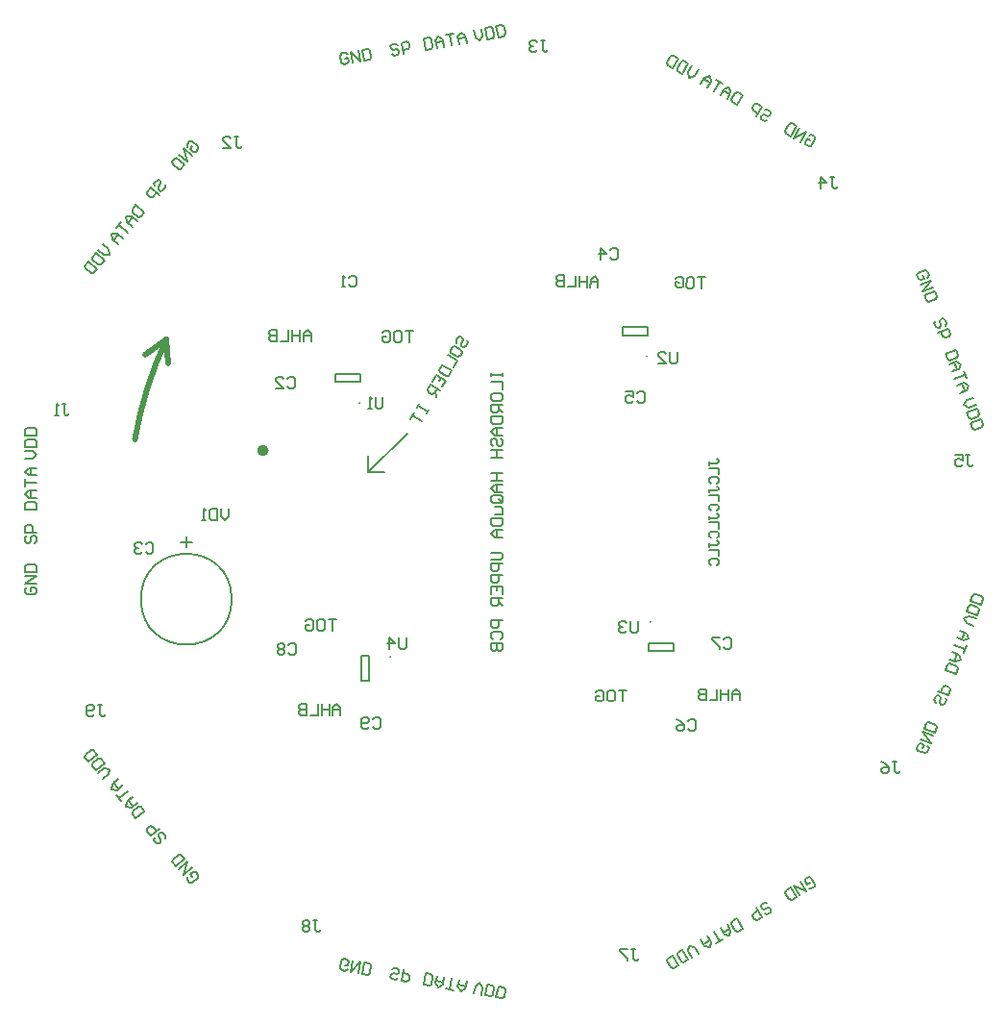
<source format=gbo>
G04*
G04 #@! TF.GenerationSoftware,Altium Limited,Altium Designer,21.7.2 (23)*
G04*
G04 Layer_Color=32896*
%FSTAX44Y44*%
%MOMM*%
G71*
G04*
G04 #@! TF.SameCoordinates,382B67D8-D4E2-4276-A31F-CACD3676A529*
G04*
G04*
G04 #@! TF.FilePolarity,Positive*
G04*
G01*
G75*
%ADD10C,0.2000*%
%ADD61C,0.1500*%
%ADD62C,0.5000*%
D10*
X-002405Y-00077D02*
G03*
X-002405Y-00077I-0004J0D01*
G01*
X-0012Y00035D02*
Y00049D01*
Y00035D02*
X-00106D01*
X-0012D02*
X-00086Y00069D01*
X-001265Y-001485D02*
X-001195D01*
X-001265D02*
Y-001265D01*
X-001195D01*
Y-001485D02*
Y-001265D01*
X00104Y001555D02*
Y001625D01*
X00126D01*
Y001555D02*
Y001625D01*
X00104Y001555D02*
X00126D01*
X001485Y-001225D02*
Y-001155D01*
X001265Y-001225D02*
X001485D01*
X001265D02*
Y-001155D01*
X001485D01*
X-0014875Y001145D02*
X-0012675D01*
Y001215D01*
X-0014875D02*
X-0012675D01*
X-0014875Y001145D02*
Y001215D01*
X-00308661Y00286849D02*
X-00308866Y00289196D01*
X-00306724Y00291749D01*
X-00304377Y00291954D01*
X-003031Y00290883D01*
X-00302895Y00288536D01*
X-00305037Y00285983D01*
X-00304832Y00283636D01*
X-00303555Y00282565D01*
X-00301208Y0028277D01*
X-00299066Y00285323D01*
X-00299272Y0028767D01*
X-00304421Y00278941D02*
X-00312079Y00285367D01*
X-00315292Y00281538D01*
X-00315086Y00279191D01*
X-00312534Y00277049D01*
X-00310187Y00277254D01*
X-00306974Y00281083D01*
X-00279735Y00321321D02*
X-00279941Y00323668D01*
X-00277799Y00326221D01*
X-00275452Y00326426D01*
X-00270346Y00322142D01*
X-00270141Y00319795D01*
X-00272283Y00317242D01*
X-0027463Y00317037D01*
X-00277183Y00319179D01*
X-00275041Y00321731D01*
X-00275496Y00313413D02*
X-00283154Y00319839D01*
X-0027978Y00308308D01*
X-00287438Y00314734D01*
X-0028958Y00312181D02*
X-00281922Y00305755D01*
X-00285134Y00301926D01*
X-00287482Y00301721D01*
X-00292587Y00306005D01*
X-00292792Y00308352D01*
X-0028958Y00312181D01*
X-00324937Y00270044D02*
X-00317279Y00263618D01*
X-00320492Y00259789D01*
X-00322839Y00259584D01*
X-00327945Y00263867D01*
X-0032815Y00266215D01*
X-00324937Y00270044D01*
X-00323705Y0025596D02*
X-0032881Y00260244D01*
X-00333505Y00259833D01*
X-00333094Y00255138D01*
X-00327989Y00250855D01*
X-00331818Y00254067D01*
X-00327534Y00259173D01*
X-00337789Y00254728D02*
X-00342072Y00249622D01*
X-00339931Y00252175D01*
X-00332273Y00245749D01*
X-00336557Y00240644D02*
X-00341662Y00244928D01*
X-00346356Y00244517D01*
X-00345946Y00239823D01*
X-0034084Y00235539D01*
X-00344669Y00238752D01*
X-00340386Y00243857D01*
X-00353862Y00235572D02*
X-00348757Y00231288D01*
X-00348346Y00226593D01*
X-00353041Y00226182D01*
X-00358146Y00230466D01*
X-00360288Y00227914D02*
X-0035263Y00221488D01*
X-00355843Y00217659D01*
X-0035819Y00217453D01*
X-00363296Y00221737D01*
X-00363501Y00224085D01*
X-00360288Y00227914D01*
X-00366714Y00220256D02*
X-00359056Y0021383D01*
X-00362269Y00210001D01*
X-00364616Y00209795D01*
X-00369721Y00214079D01*
X-00369927Y00216427D01*
X-00366714Y00220256D01*
X00228893Y00353782D02*
X00231168Y00354392D01*
X00234054Y00352726D01*
X00234664Y0035045D01*
X00233831Y00349007D01*
X00231555Y00348397D01*
X00228669Y00350063D01*
X00226393Y00349454D01*
X0022556Y00348011D01*
X0022617Y00345735D01*
X00229056Y00344068D01*
X00231332Y00344678D01*
X00221841Y00348234D02*
X0022684Y00356891D01*
X00222511Y0035939D01*
X00220235Y00358781D01*
X00218569Y00355895D01*
X00219179Y00353619D01*
X00223508Y0035112D01*
X00267864Y00331282D02*
X0027014Y00331892D01*
X00273025Y00330226D01*
X00273635Y0032795D01*
X00270303Y00322178D01*
X00268027Y00321568D01*
X00265141Y00323235D01*
X00264531Y00325511D01*
X00266197Y00328396D01*
X00269083Y0032673D01*
X00260812Y00325734D02*
X00265811Y00334391D01*
X00255041Y00329066D01*
X00260039Y00337724D01*
X00257153Y0033939D02*
X00252155Y00330732D01*
X00247826Y00333231D01*
X00247216Y00335507D01*
X00250549Y00341279D01*
X00252825Y00341889D01*
X00257153Y0033939D01*
X00209516Y00366893D02*
X00204518Y00358235D01*
X00200189Y00360734D01*
X0019958Y0036301D01*
X00202912Y00368782D01*
X00205188Y00369392D01*
X00209516Y00366893D01*
X00195861Y00363234D02*
X00199193Y00369005D01*
X00197973Y00373557D01*
X00193421Y00372338D01*
X00190089Y00366566D01*
X00192588Y00370895D01*
X0019836Y00367562D01*
X00192201Y0037689D02*
X0018643Y00380222D01*
X00189316Y00378556D01*
X00184317Y00369898D01*
X00178546Y00373231D02*
X00181878Y00379002D01*
X00180658Y00383554D01*
X00176106Y00382334D01*
X00172774Y00376563D01*
X00175273Y00380891D01*
X00181045Y00377559D01*
X00170545Y00389393D02*
X00167213Y00383621D01*
X00162661Y00382402D01*
X00161441Y00386954D01*
X00164774Y00392725D01*
X00161888Y00394391D02*
X00156889Y00385734D01*
X00152561Y00388233D01*
X00151951Y00390509D01*
X00155283Y00396281D01*
X00157559Y0039689D01*
X00161888Y00394391D01*
X0015323Y0039939D02*
X00148232Y00390732D01*
X00143903Y00393231D01*
X00143293Y00395507D01*
X00146626Y00401279D01*
X00148902Y00401889D01*
X0015323Y0039939D01*
X00388154Y-00163981D02*
X0038915Y-00166117D01*
X0038801Y-00169248D01*
X00385875Y-00170244D01*
X00384309Y-00169674D01*
X00383313Y-00167539D01*
X00384453Y-00164407D01*
X00383457Y-00162272D01*
X00381892Y-00161702D01*
X00379756Y-00162698D01*
X00378616Y-00165829D01*
X00379612Y-00167964D01*
X00381466Y-00158001D02*
X0039086Y-0016142D01*
X00392569Y-00156723D01*
X00391573Y-00154587D01*
X00388442Y-00153448D01*
X00386306Y-00154444D01*
X00384597Y-00159141D01*
X00372763Y-00206268D02*
X00373759Y-00208403D01*
X0037262Y-00211534D01*
X00370484Y-0021253D01*
X00364221Y-00210251D01*
X00363226Y-00208115D01*
X00364365Y-00204984D01*
X00366501Y-00203988D01*
X00369632Y-00205128D01*
X00368492Y-00208259D01*
X00366075Y-00200287D02*
X00375469Y-00203706D01*
X00368354Y-00194024D01*
X00377748Y-00197444D01*
X00378888Y-00194312D02*
X00369494Y-00190893D01*
X00371203Y-00186196D01*
X00373339Y-001852D01*
X00379602Y-0018748D01*
X00380597Y-00189615D01*
X00378888Y-00194312D01*
X00397701Y-00142623D02*
X00388307Y-00139204D01*
X00390017Y-00134507D01*
X00392152Y-00133511D01*
X00398415Y-00135791D01*
X00399411Y-00137926D01*
X00397701Y-00142623D01*
X00391726Y-0012981D02*
X00397989Y-00132089D01*
X0040226Y-00130098D01*
X00400268Y-00125827D01*
X00394006Y-00123547D01*
X00398703Y-00125257D01*
X00396423Y-00131519D01*
X00404539Y-00123835D02*
X00406819Y-00117573D01*
X00405679Y-00120704D01*
X00396285Y-00117285D01*
X00398564Y-00111022D02*
X00404827Y-00113302D01*
X00409098Y-0011131D01*
X00407107Y-00107039D01*
X00400844Y-0010476D01*
X00405541Y-00106469D01*
X00403261Y-00112732D01*
X00413092Y-00100337D02*
X00406829Y-00098057D01*
X00404838Y-00093786D01*
X00409109Y-00091795D01*
X00415372Y-00094074D01*
X00416511Y-00090943D02*
X00407117Y-00087524D01*
X00408827Y-00082827D01*
X00410962Y-00081831D01*
X00417225Y-0008411D01*
X00418221Y-00086246D01*
X00416511Y-00090943D01*
X0041993Y-00081549D02*
X00410536Y-0007813D01*
X00412246Y-00073433D01*
X00414381Y-00072437D01*
X00420644Y-00074717D01*
X0042164Y-00076852D01*
X0041993Y-00081549D01*
X-00094088Y-00410732D02*
X-00096018Y-00412084D01*
X-00099299Y-00411505D01*
X-00100651Y-00409575D01*
X-00100362Y-00407934D01*
X-00098432Y-00406583D01*
X-0009515Y-00407161D01*
X-0009322Y-0040581D01*
X-0009293Y-00404169D01*
X-00094282Y-00402239D01*
X-00097564Y-0040166D01*
X-00099494Y-00403012D01*
X-0008936Y-00403107D02*
X-00091096Y-00412952D01*
X-00086173Y-0041382D01*
X-00084243Y-00412468D01*
X-00083664Y-00409187D01*
X-00085016Y-00407257D01*
X-00089938Y-00406389D01*
X-00138404Y-00402918D02*
X-00140334Y-0040427D01*
X-00143616Y-00403691D01*
X-00144968Y-00401761D01*
X-0014381Y-00395198D01*
X-0014188Y-00393846D01*
X-00138598Y-00394425D01*
X-00137247Y-00396355D01*
X-00137826Y-00399636D01*
X-00141107Y-00399058D01*
X-00133676Y-00395293D02*
X-00135412Y-00405138D01*
X-00127113Y-0039645D01*
X-00128849Y-00406295D01*
X-00125567Y-00406874D02*
X-00123831Y-00397029D01*
X-00118909Y-00397897D01*
X-00117557Y-00399827D01*
X-00118715Y-0040639D01*
X-00120645Y-00407742D01*
X-00125567Y-00406874D01*
X-00071396Y-00416425D02*
X-0006966Y-0040658D01*
X-00064738Y-00407448D01*
X-00063386Y-00409379D01*
X-00064544Y-00415942D01*
X-00066474Y-00417293D01*
X-00071396Y-00416425D01*
X-00059816Y-00408316D02*
X-00060973Y-0041488D01*
X-0005827Y-0041874D01*
X-00054409Y-00416037D01*
X-00053252Y-00409474D01*
X-0005412Y-00414396D01*
X-00060683Y-00413239D01*
X-00051707Y-00419897D02*
X-00045143Y-00421054D01*
X-00048425Y-00420476D01*
X-00046689Y-00410631D01*
X-00040126Y-00411788D02*
X-00041283Y-00418351D01*
X-0003858Y-00422212D01*
X-0003472Y-00419509D01*
X-00033562Y-00412946D01*
X-0003443Y-00417868D01*
X-00040994Y-00416711D01*
X-0002708Y-0042424D02*
X-00025923Y-00417676D01*
X-00022062Y-00414973D01*
X-00019359Y-00418834D01*
X-00020517Y-00425397D01*
X-00017235Y-00425975D02*
X-00015499Y-00416131D01*
X-00010577Y-00416999D01*
X-00009225Y-00418929D01*
X-00010382Y-00425492D01*
X-00012313Y-00426843D01*
X-00017235Y-00425975D01*
X-0000739Y-00427711D02*
X-00005654Y-00417867D01*
X-00000732Y-00418735D01*
X0000062Y-00420665D01*
X-00000538Y-00427228D01*
X-00002468Y-00428579D01*
X-0000739Y-00427711D01*
X-00420831Y-00021335D02*
X-00422497Y-00023002D01*
Y-00026334D01*
X-00420831Y-00028D01*
X-00419165D01*
X-00417498Y-00026334D01*
Y-00023002D01*
X-00415832Y-00021335D01*
X-00414166D01*
X-004125Y-00023002D01*
Y-00026334D01*
X-00414166Y-00028D01*
X-004125Y-00018003D02*
X-00422497D01*
Y-00013005D01*
X-00420831Y-00011339D01*
X-00417498D01*
X-00415832Y-00013005D01*
Y-00018003D01*
X-00420831Y-00066336D02*
X-00422497Y-00068002D01*
Y-00071334D01*
X-00420831Y-00073D01*
X-00414166D01*
X-004125Y-00071334D01*
Y-00068002D01*
X-00414166Y-00066336D01*
X-00417498D01*
Y-00069668D01*
X-004125Y-00063003D02*
X-00422497D01*
X-004125Y-00056339D01*
X-00422497D01*
Y-00053006D02*
X-004125D01*
Y-00048008D01*
X-00414166Y-00046342D01*
X-00420831D01*
X-00422497Y-00048008D01*
Y-00053006D01*
Y00002D02*
X-004125D01*
Y00006998D01*
X-00414166Y00008665D01*
X-00420831D01*
X-00422497Y00006998D01*
Y00002D01*
X-004125Y00011997D02*
X-00419165D01*
X-00422497Y00015329D01*
X-00419165Y00018661D01*
X-004125D01*
X-00417498D01*
Y00011997D01*
X-00422497Y00021994D02*
Y00028658D01*
Y00025326D01*
X-004125D01*
Y0003199D02*
X-00419165D01*
X-00422497Y00035323D01*
X-00419165Y00038655D01*
X-004125D01*
X-00417498D01*
Y0003199D01*
X-00422497Y00047D02*
X-00415832D01*
X-004125Y00050332D01*
X-00415832Y00053664D01*
X-00422497D01*
Y00056997D02*
X-004125D01*
Y00061995D01*
X-00414166Y00063661D01*
X-00420831D01*
X-00422497Y00061995D01*
Y00056997D01*
Y00066994D02*
X-004125D01*
Y00071992D01*
X-00414166Y00073658D01*
X-00420831D01*
X-00422497Y00071992D01*
Y00066994D01*
X-00094088Y00410732D02*
X-00096018Y00412084D01*
X-000993Y00411505D01*
X-00100651Y00409575D01*
X-00100362Y00407934D01*
X-00098432Y00406583D01*
X-0009515Y00407161D01*
X-0009322Y0040581D01*
X-00092931Y00404169D01*
X-00094282Y00402239D01*
X-00097564Y0040166D01*
X-00099494Y00403012D01*
X-0008936Y00403107D02*
X-00091096Y00412952D01*
X-00086173Y0041382D01*
X-00084243Y00412468D01*
X-00083664Y00409187D01*
X-00085016Y00407257D01*
X-00089938Y00406389D01*
X-00138404Y00402918D02*
X-00140334Y0040427D01*
X-00143616Y00403691D01*
X-00144967Y00401761D01*
X-0014381Y00395198D01*
X-0014188Y00393846D01*
X-00138598Y00394425D01*
X-00137247Y00396355D01*
X-00137825Y00399637D01*
X-00141107Y00399058D01*
X-00133676Y00395293D02*
X-00135412Y00405138D01*
X-00127113Y0039645D01*
X-00128849Y00406295D01*
X-00125567Y00406874D02*
X-00123831Y00397029D01*
X-00118909Y00397897D01*
X-00117557Y00399827D01*
X-00118714Y0040639D01*
X-00120645Y00407742D01*
X-00125567Y00406874D01*
X-00071396Y00416426D02*
X-0006966Y00406581D01*
X-00064738Y00407449D01*
X-00063386Y00409379D01*
X-00064544Y00415942D01*
X-00066474Y00417293D01*
X-00071396Y00416426D01*
X-00059815Y00408316D02*
X-00060973Y0041488D01*
X-0005827Y0041874D01*
X-00054409Y00416037D01*
X-00053252Y00409474D01*
X-0005412Y00414396D01*
X-00060683Y00413239D01*
X-00051706Y00419897D02*
X-00045143Y00421055D01*
X-00048425Y00420476D01*
X-00046689Y00410631D01*
X-00040126Y00411788D02*
X-00041283Y00418352D01*
X-0003858Y00422212D01*
X-0003472Y00419509D01*
X-00033562Y00412946D01*
X-0003443Y00417868D01*
X-00040993Y00416711D01*
X-0002708Y0042424D02*
X-00025923Y00417676D01*
X-00022062Y00414973D01*
X-00019359Y00418834D01*
X-00020517Y00425397D01*
X-00017235Y00425975D02*
X-00015499Y0041613D01*
X-00010577Y00416998D01*
X-00009225Y00418929D01*
X-00010382Y00425492D01*
X-00012313Y00426843D01*
X-00017235Y00425975D01*
X-0000739Y00427711D02*
X-00005654Y00417866D01*
X-00000732Y00418734D01*
X0000062Y00420664D01*
X-00000538Y00427228D01*
X-00002468Y00428579D01*
X-0000739Y00427711D01*
X00388154Y00163981D02*
X0038915Y00166117D01*
X0038801Y00169248D01*
X00385875Y00170244D01*
X00384309Y00169674D01*
X00383313Y00167539D01*
X00384453Y00164407D01*
X00383457Y00162272D01*
X00381892Y00161702D01*
X00379756Y00162698D01*
X00378616Y00165829D01*
X00379612Y00167964D01*
X00381466Y00158001D02*
X0039086Y0016142D01*
X00392569Y00156723D01*
X00391573Y00154587D01*
X00388442Y00153448D01*
X00386306Y00154443D01*
X00384597Y0015914D01*
X00372763Y00206268D02*
X00373759Y00208403D01*
X00372619Y00211534D01*
X00370484Y0021253D01*
X00364221Y00210251D01*
X00363226Y00208115D01*
X00364365Y00204984D01*
X00366501Y00203988D01*
X00369632Y00205128D01*
X00368492Y00208259D01*
X00366075Y00200287D02*
X00375469Y00203706D01*
X00368354Y00194024D01*
X00377748Y00197443D01*
X00378888Y00194312D02*
X00369494Y00190893D01*
X00371203Y00186196D01*
X00373339Y001852D01*
X00379602Y0018748D01*
X00380597Y00189615D01*
X00378888Y00194312D01*
X00397701Y00142623D02*
X00388307Y00139204D01*
X00390017Y00134507D01*
X00392152Y00133511D01*
X00398415Y00135791D01*
X00399411Y00137926D01*
X00397701Y00142623D01*
X00391726Y0012981D02*
X00397989Y00132089D01*
X0040226Y00130098D01*
X00400268Y00125827D01*
X00394006Y00123547D01*
X00398703Y00125257D01*
X00396423Y00131519D01*
X00404539Y00123835D02*
X00406819Y00117573D01*
X00405679Y00120704D01*
X00396285Y00117285D01*
X00398565Y00111022D02*
X00404827Y00113302D01*
X00409098Y0011131D01*
X00407107Y00107039D01*
X00400844Y0010476D01*
X00405541Y00106469D01*
X00403261Y00112732D01*
X00413092Y00100337D02*
X00406829Y00098057D01*
X00404838Y00093786D01*
X00409109Y00091795D01*
X00415372Y00094074D01*
X00416511Y00090943D02*
X00407117Y00087524D01*
X00408827Y00082827D01*
X00410962Y00081831D01*
X00417225Y0008411D01*
X00418221Y00086246D01*
X00416511Y00090943D01*
X0041993Y00081549D02*
X00410536Y0007813D01*
X00412246Y00073433D01*
X00414381Y00072437D01*
X00420644Y00074717D01*
X0042164Y00076852D01*
X0041993Y00081549D01*
X00228892Y-00353782D02*
X00231168Y-00354392D01*
X00234054Y-00352726D01*
X00234664Y-0035045D01*
X00233831Y-00349007D01*
X00231555Y-00348397D01*
X00228669Y-00350063D01*
X00226393Y-00349454D01*
X0022556Y-00348011D01*
X0022617Y-00345735D01*
X00229056Y-00344068D01*
X00231332Y-00344678D01*
X00221841Y-00348234D02*
X0022684Y-00356891D01*
X00222511Y-0035939D01*
X00220235Y-00358781D01*
X00218569Y-00355895D01*
X00219179Y-00353619D01*
X00223507Y-0035112D01*
X00267864Y-00331282D02*
X00270139Y-00331892D01*
X00273025Y-00330226D01*
X00273635Y-0032795D01*
X00270303Y-00322178D01*
X00268027Y-00321569D01*
X00265141Y-00323235D01*
X00264531Y-00325511D01*
X00266197Y-00328396D01*
X00269083Y-0032673D01*
X00260812Y-00325734D02*
X00265811Y-00334391D01*
X00255041Y-00329066D01*
X00260039Y-00337724D01*
X00257153Y-0033939D02*
X00252155Y-00330732D01*
X00247826Y-00333232D01*
X00247216Y-00335508D01*
X00250548Y-00341279D01*
X00252824Y-00341889D01*
X00257153Y-0033939D01*
X00209516Y-00366893D02*
X00204518Y-00358236D01*
X00200189Y-00360735D01*
X00199579Y-00363011D01*
X00202911Y-00368782D01*
X00205187Y-00369392D01*
X00209516Y-00366893D01*
X0019586Y-00363234D02*
X00199193Y-00369006D01*
X00197973Y-00373558D01*
X00193421Y-00372338D01*
X00190089Y-00366566D01*
X00192588Y-00370895D01*
X0019836Y-00367563D01*
X00192201Y-0037689D02*
X0018643Y-00380222D01*
X00189315Y-00378556D01*
X00184317Y-00369898D01*
X00178545Y-00373231D02*
X00181878Y-00379002D01*
X00180658Y-00383554D01*
X00176106Y-00382335D01*
X00172774Y-00376563D01*
X00175273Y-00380892D01*
X00181045Y-00377559D01*
X00170545Y-00389393D02*
X00167213Y-00383621D01*
X00162661Y-00382402D01*
X00161441Y-00386954D01*
X00164774Y-00392725D01*
X00161888Y-00394391D02*
X00156889Y-00385734D01*
X00152561Y-00388233D01*
X00151951Y-00390509D01*
X00155283Y-00396281D01*
X00157559Y-0039689D01*
X00161888Y-00394391D01*
X0015323Y-0039939D02*
X00148232Y-00390732D01*
X00143903Y-00393232D01*
X00143293Y-00395507D01*
X00146625Y-00401279D01*
X00148901Y-00401889D01*
X0015323Y-0039939D01*
X-00308661Y-00286849D02*
X-00308866Y-00289196D01*
X-00306724Y-00291749D01*
X-00304377Y-00291954D01*
X-00303101Y-00290883D01*
X-00302895Y-00288536D01*
X-00305037Y-00285983D01*
X-00304832Y-00283636D01*
X-00303556Y-00282565D01*
X-00301208Y-0028277D01*
X-00299066Y-00285323D01*
X-00299272Y-0028767D01*
X-00304421Y-00278941D02*
X-00312079Y-00285367D01*
X-00315292Y-00281538D01*
X-00315087Y-00279191D01*
X-00312534Y-00277049D01*
X-00310187Y-00277254D01*
X-00306974Y-00281083D01*
X-00279735Y-00321321D02*
X-00279941Y-00323668D01*
X-00277799Y-00326221D01*
X-00275452Y-00326426D01*
X-00270346Y-00322142D01*
X-00270141Y-00319795D01*
X-00272283Y-00317242D01*
X-0027463Y-00317037D01*
X-00277183Y-00319179D01*
X-00275041Y-00321731D01*
X-00275496Y-00313413D02*
X-00283154Y-00319839D01*
X-0027978Y-00308308D01*
X-00287438Y-00314734D01*
X-0028958Y-00312181D02*
X-00281922Y-00305755D01*
X-00285134Y-00301926D01*
X-00287482Y-00301721D01*
X-00292587Y-00306005D01*
X-00292792Y-00308352D01*
X-0028958Y-00312181D01*
X-00324937Y-00270044D02*
X-00317279Y-00263618D01*
X-00320492Y-00259789D01*
X-00322839Y-00259583D01*
X-00327944Y-00263867D01*
X-0032815Y-00266215D01*
X-00324937Y-00270044D01*
X-00323705Y-0025596D02*
X-0032881Y-00260244D01*
X-00333505Y-00259833D01*
X-00333094Y-00255138D01*
X-00327989Y-00250854D01*
X-00331818Y-00254067D01*
X-00327534Y-00259173D01*
X-00337789Y-00254728D02*
X-00342072Y-00249622D01*
X-0033993Y-00252175D01*
X-00332272Y-00245749D01*
X-00336556Y-00240644D02*
X-00341662Y-00244928D01*
X-00346356Y-00244517D01*
X-00345946Y-00239822D01*
X-0034084Y-00235539D01*
X-00344669Y-00238751D01*
X-00340385Y-00243857D01*
X-00353862Y-00235571D02*
X-00348757Y-00231288D01*
X-00348346Y-00226593D01*
X-00353041Y-00226182D01*
X-00358146Y-00230466D01*
X-00360288Y-00227914D02*
X-0035263Y-00221488D01*
X-00355843Y-00217659D01*
X-0035819Y-00217453D01*
X-00363296Y-00221737D01*
X-00363501Y-00224085D01*
X-00360288Y-00227914D01*
X-00366714Y-00220256D02*
X-00359056Y-0021383D01*
X-00362269Y-00210001D01*
X-00364616Y-00209795D01*
X-00369721Y-00214079D01*
X-00369927Y-00216427D01*
X-00366714Y-00220256D01*
X-00042279Y00148662D02*
X-00042889Y00150938D01*
X-00041223Y00153823D01*
X-00038947Y00154433D01*
X-00037504Y001536D01*
X-00036894Y00151324D01*
X-0003856Y00148438D01*
X-0003795Y00146162D01*
X-00036507Y00145329D01*
X-00034231Y00145939D01*
X-00032565Y00148825D01*
X-00033175Y00151101D01*
X-00047887Y0014228D02*
X-00046221Y00145166D01*
X-00043945Y00145776D01*
X-00038173Y00142444D01*
X-00037564Y00140168D01*
X-0003923Y00137282D01*
X-00041506Y00136672D01*
X-00047277Y00140004D01*
X-00047887Y0014228D01*
X-00050386Y00137951D02*
X-00041729Y00132953D01*
X-00045061Y00127181D01*
X-00055385Y00129294D02*
X-00046727Y00124296D01*
X-00049226Y00119967D01*
X-00051502Y00119357D01*
X-00057274Y00122689D01*
X-00057884Y00124965D01*
X-00055385Y00129294D01*
X-00063715Y00114865D02*
X-00060383Y00120637D01*
X-00051726Y00115638D01*
X-00055058Y00109866D01*
X-00056054Y00118137D02*
X-0005772Y00115251D01*
X-00056724Y00106981D02*
X-00065381Y00111979D01*
X-00067881Y0010765D01*
X-00067271Y00105374D01*
X-00064385Y00103708D01*
X-00062109Y00104318D01*
X-0005961Y00108647D01*
X-00061276Y00105761D02*
X-00060056Y00101209D01*
X-00075378Y00094664D02*
X-00077044Y00091778D01*
X-00076211Y00093221D01*
X-00067554Y00088223D01*
X-00066721Y00089666D01*
X-00068387Y0008678D01*
X-00079544Y0008745D02*
X-00082876Y00081678D01*
X-0008121Y00084564D01*
X-00072552Y00079565D01*
X-00011997Y001225D02*
Y00119168D01*
Y00120834D01*
X-00002D01*
Y001225D01*
Y00119168D01*
X-00011997Y00114169D02*
X-00002D01*
Y00107505D01*
X-00011997Y00099174D02*
Y00102506D01*
X-00010331Y00104173D01*
X-00003666D01*
X-00002Y00102506D01*
Y00099174D01*
X-00003666Y00097508D01*
X-00010331D01*
X-00011997Y00099174D01*
X-00002Y00094176D02*
X-00011997D01*
Y00089177D01*
X-00010331Y00087511D01*
X-00006998D01*
X-00005332Y00089177D01*
Y00094176D01*
Y00090844D02*
X-00002Y00087511D01*
X-00011997Y00084179D02*
X-00002D01*
Y00079181D01*
X-00003666Y00077515D01*
X-00010331D01*
X-00011997Y00079181D01*
Y00084179D01*
X-00002Y00074182D02*
X-00008665D01*
X-00011997Y0007085D01*
X-00008665Y00067518D01*
X-00002D01*
X-00006998D01*
Y00074182D01*
X-00010331Y00057521D02*
X-00011997Y00059187D01*
Y00062519D01*
X-00010331Y00064186D01*
X-00008665D01*
X-00006998Y00062519D01*
Y00059187D01*
X-00005332Y00057521D01*
X-00003666D01*
X-00002Y00059187D01*
Y00062519D01*
X-00003666Y00064186D01*
X-00011997Y00054189D02*
X-00002D01*
X-00006998D01*
Y00047524D01*
X-00011997D01*
X-00002D01*
X-00011997Y00034195D02*
X-00002D01*
X-00006998D01*
Y00027531D01*
X-00011997D01*
X-00002D01*
Y00024198D02*
X-00008665D01*
X-00011997Y00020866D01*
X-00008665Y00017534D01*
X-00002D01*
X-00006998D01*
Y00024198D01*
X-00003666Y00007537D02*
X-00010331D01*
X-00011997Y00009203D01*
Y00012535D01*
X-00010331Y00014202D01*
X-00003666D01*
X-00002Y00012535D01*
Y00009203D01*
X-00005332Y00010869D02*
X-00002Y00007537D01*
Y00009203D02*
X-00003666Y00007537D01*
X-00008665Y00004205D02*
X-00003666D01*
X-00002Y00002539D01*
Y-0000246D01*
X-00008665D01*
X-00011997Y-00005792D02*
X-00002D01*
Y-0001079D01*
X-00003666Y-00012457D01*
X-00010331D01*
X-00011997Y-0001079D01*
Y-00005792D01*
X-00002Y-00015789D02*
X-00008665D01*
X-00011997Y-00019121D01*
X-00008665Y-00022453D01*
X-00002D01*
X-00006998D01*
Y-00015789D01*
X-00011997Y-00035782D02*
X-00003666D01*
X-00002Y-00037448D01*
Y-00040781D01*
X-00003666Y-00042447D01*
X-00011997D01*
X-00002Y-00045779D02*
X-00011997D01*
Y-00050778D01*
X-00010331Y-00052444D01*
X-00006998D01*
X-00005332Y-00050778D01*
Y-00045779D01*
X-00002Y-00055776D02*
X-00011997D01*
Y-00060774D01*
X-00010331Y-0006244D01*
X-00006998D01*
X-00005332Y-00060774D01*
Y-00055776D01*
X-00011997Y-00072437D02*
Y-00065773D01*
X-00002D01*
Y-00072437D01*
X-00006998Y-00065773D02*
Y-00069105D01*
X-00002Y-00075769D02*
X-00011997D01*
Y-00080768D01*
X-00010331Y-00082434D01*
X-00006998D01*
X-00005332Y-00080768D01*
Y-00075769D01*
Y-00079102D02*
X-00002Y-00082434D01*
Y-00095763D02*
X-00011997D01*
Y-00100761D01*
X-00010331Y-00102428D01*
X-00006998D01*
X-00005332Y-00100761D01*
Y-00095763D01*
X-00010331Y-00112424D02*
X-00011997Y-00110758D01*
Y-00107426D01*
X-00010331Y-0010576D01*
X-00003666D01*
X-00002Y-00107426D01*
Y-00110758D01*
X-00003666Y-00112424D01*
X-00011997Y-00115757D02*
X-00002D01*
Y-00120755D01*
X-00003666Y-00122421D01*
X-00005332D01*
X-00006998Y-00120755D01*
Y-00115757D01*
Y-00120755D01*
X-00008665Y-00122421D01*
X-00010331D01*
X-00011997Y-00120755D01*
Y-00115757D01*
X-00358334Y-00170002D02*
X-00355002D01*
X-00356668D01*
Y-00178332D01*
X-00355002Y-00179998D01*
X-00353335D01*
X-00351669Y-00178332D01*
X-00361666D02*
X-00363332Y-00179998D01*
X-00366665D01*
X-00368331Y-00178332D01*
Y-00171668D01*
X-00366665Y-00170002D01*
X-00363332D01*
X-00361666Y-00171668D01*
Y-00173334D01*
X-00363332Y-00175D01*
X-00368331D01*
X-00168334Y-00360002D02*
X-00165002D01*
X-00166668D01*
Y-00368332D01*
X-00165002Y-00369998D01*
X-00163335D01*
X-00161669Y-00368332D01*
X-00171666Y-00361668D02*
X-00173332Y-00360002D01*
X-00176665D01*
X-00178331Y-00361668D01*
Y-00363334D01*
X-00176665Y-00365D01*
X-00178331Y-00366666D01*
Y-00368332D01*
X-00176665Y-00369998D01*
X-00173332D01*
X-00171666Y-00368332D01*
Y-00366666D01*
X-00173332Y-00365D01*
X-00171666Y-00363334D01*
Y-00361668D01*
X-00173332Y-00365D02*
X-00176665D01*
X00111666Y-00385002D02*
X00114998D01*
X00113332D01*
Y-00393332D01*
X00114998Y-00394998D01*
X00116664D01*
X00118331Y-00393332D01*
X00108334Y-00385002D02*
X00101669D01*
Y-00386668D01*
X00108334Y-00393332D01*
Y-00394998D01*
X00341666Y-00220002D02*
X00344998D01*
X00343332D01*
Y-00228332D01*
X00344998Y-00229998D01*
X00346665D01*
X00348331Y-00228332D01*
X00331669Y-00220002D02*
X00335002Y-00221668D01*
X00338334Y-00225D01*
Y-00228332D01*
X00336668Y-00229998D01*
X00333335D01*
X00331669Y-00228332D01*
Y-00226666D01*
X00333335Y-00225D01*
X00338334D01*
X00406666Y00049998D02*
X00409998D01*
X00408332D01*
Y00041668D01*
X00409998Y00040002D01*
X00411665D01*
X00413331Y00041668D01*
X00396669Y00049998D02*
X00403334D01*
Y00045D01*
X00400002Y00046666D01*
X00398335D01*
X00396669Y00045D01*
Y00041668D01*
X00398335Y00040002D01*
X00401668D01*
X00403334Y00041668D01*
X00286666Y00294998D02*
X00289998D01*
X00288332D01*
Y00286668D01*
X00289998Y00285002D01*
X00291665D01*
X00293331Y00286668D01*
X00278335Y00285002D02*
Y00294998D01*
X00283334Y0029D01*
X00276669D01*
X00031666Y00414998D02*
X00034998D01*
X00033332D01*
Y00406668D01*
X00034998Y00405002D01*
X00036665D01*
X00038331Y00406668D01*
X00028334Y00413332D02*
X00026668Y00414998D01*
X00023335D01*
X00021669Y00413332D01*
Y00411666D01*
X00023335Y0041D01*
X00025002D01*
X00023335D01*
X00021669Y00408334D01*
Y00406668D01*
X00023335Y00405002D01*
X00026668D01*
X00028334Y00406668D01*
X-00238334Y00329998D02*
X-00235002D01*
X-00236668D01*
Y00321668D01*
X-00235002Y00320002D01*
X-00233335D01*
X-00231669Y00321668D01*
X-00248331Y00320002D02*
X-00241666D01*
X-00248331Y00326666D01*
Y00328332D01*
X-00246665Y00329998D01*
X-00243332D01*
X-00241666Y00328332D01*
X-0039Y00094998D02*
X-00386668D01*
X-00388334D01*
Y00086668D01*
X-00386668Y00085002D01*
X-00385002D01*
X-00383335Y00086668D01*
X-00393332Y00085002D02*
X-00396665D01*
X-00394998D01*
Y00094998D01*
X-00393332Y00093332D01*
X-00144673Y-00178998D02*
Y-00172334D01*
X-00148005Y-00169002D01*
X-00151337Y-00172334D01*
Y-00178998D01*
Y-00174D01*
X-00144673D01*
X-00154669Y-00169002D02*
Y-00178998D01*
Y-00174D01*
X-00161334D01*
Y-00169002D01*
Y-00178998D01*
X-00164666Y-00169002D02*
Y-00178998D01*
X-00171331D01*
X-00174663Y-00169002D02*
Y-00178998D01*
X-00179661D01*
X-00181327Y-00177332D01*
Y-00175666D01*
X-00179661Y-00174D01*
X-00174663D01*
X-00179661D01*
X-00181327Y-00172334D01*
Y-00170668D01*
X-00179661Y-00169002D01*
X-00174663D01*
X-00148671Y-00095002D02*
X-00155336D01*
X-00152003D01*
Y-00104998D01*
X-00163666Y-00095002D02*
X-00160334D01*
X-00158668Y-00096668D01*
Y-00103332D01*
X-00160334Y-00104998D01*
X-00163666D01*
X-00165332Y-00103332D01*
Y-00096668D01*
X-00163666Y-00095002D01*
X-00175329Y-00096668D02*
X-00173663Y-00095002D01*
X-00170331D01*
X-00168664Y-00096668D01*
Y-00103332D01*
X-00170331Y-00104998D01*
X-00173663D01*
X-00175329Y-00103332D01*
Y-001D01*
X-00171997D01*
X00207327Y-00165998D02*
Y-00159334D01*
X00203995Y-00156002D01*
X00200663Y-00159334D01*
Y-00165998D01*
Y-00161D01*
X00207327D01*
X00197331Y-00156002D02*
Y-00165998D01*
Y-00161D01*
X00190666D01*
Y-00156002D01*
Y-00165998D01*
X00187334Y-00156002D02*
Y-00165998D01*
X00180669D01*
X00177337Y-00156002D02*
Y-00165998D01*
X00172339D01*
X00170673Y-00164332D01*
Y-00162666D01*
X00172339Y-00161D01*
X00177337D01*
X00172339D01*
X00170673Y-00159334D01*
Y-00157668D01*
X00172339Y-00156002D01*
X00177337D01*
X00107329Y-00157002D02*
X00100665D01*
X00103997D01*
Y-00166998D01*
X00092334Y-00157002D02*
X00095666D01*
X00097332Y-00158668D01*
Y-00165332D01*
X00095666Y-00166998D01*
X00092334D01*
X00090668Y-00165332D01*
Y-00158668D01*
X00092334Y-00157002D01*
X00080671Y-00158668D02*
X00082337Y-00157002D01*
X00085669D01*
X00087336Y-00158668D01*
Y-00165332D01*
X00085669Y-00166998D01*
X00082337D01*
X00080671Y-00165332D01*
Y-00162D01*
X00084003D01*
X00082267Y00197786D02*
X00082346Y0020445D01*
X00079053Y00207822D01*
X00075682Y00204529D01*
X00075603Y00197865D01*
X00075662Y00202863D01*
X00082326Y00202784D01*
X00072389Y002079D02*
X00072271Y00197904D01*
X0007233Y00202902D01*
X00065666Y0020298D01*
X00065725Y00207978D01*
X00065607Y00197982D01*
X00062393Y00208018D02*
X00062275Y00198022D01*
X00055611Y001981D01*
X00052397Y00208135D02*
X00052279Y00198139D01*
X00047281Y00198198D01*
X00045635Y00199884D01*
X00045654Y0020155D01*
X0004734Y00203196D01*
X00052338Y00203137D01*
X0004734Y00203196D01*
X00045693Y00204882D01*
X00045713Y00206548D01*
X00047399Y00208194D01*
X00052397Y00208135D01*
X0017701Y00206841D02*
X00170346Y0020692D01*
X00173678Y0020688D01*
X0017356Y00196884D01*
X00162016Y00207018D02*
X00165348Y00206978D01*
X00166994Y00205293D01*
X00166916Y00198629D01*
X0016523Y00196982D01*
X00161898Y00197022D01*
X00160252Y00198707D01*
X0016033Y00205371D01*
X00162016Y00207018D01*
X00150334Y00205489D02*
X0015202Y00207135D01*
X00155352Y00207096D01*
X00156998Y0020541D01*
X0015692Y00198746D01*
X00155234Y001971D01*
X00151902Y00197139D01*
X00150256Y00198825D01*
X00150295Y00202157D01*
X00153627Y00202118D01*
X-00170673Y00150002D02*
Y00156666D01*
X-00174005Y00159998D01*
X-00177337Y00156666D01*
Y00150002D01*
Y00155D01*
X-00170673D01*
X-00180669Y00159998D02*
Y00150002D01*
Y00155D01*
X-00187334D01*
Y00159998D01*
Y00150002D01*
X-00190666Y00159998D02*
Y00150002D01*
X-00197331D01*
X-00200663Y00159998D02*
Y00150002D01*
X-00205661D01*
X-00207327Y00151668D01*
Y00153334D01*
X-00205661Y00155D01*
X-00200663D01*
X-00205661D01*
X-00207327Y00156666D01*
Y00158332D01*
X-00205661Y00159998D01*
X-00200663D01*
X-00080671Y00158998D02*
X-00087336D01*
X-00084003D01*
Y00149002D01*
X-00095666Y00158998D02*
X-00092334D01*
X-00090668Y00157332D01*
Y00150668D01*
X-00092334Y00149002D01*
X-00095666D01*
X-00097332Y00150668D01*
Y00157332D01*
X-00095666Y00158998D01*
X-00107329Y00157332D02*
X-00105663Y00158998D01*
X-00102331D01*
X-00100665Y00157332D01*
Y00150668D01*
X-00102331Y00149002D01*
X-00105663D01*
X-00107329Y00150668D01*
Y00154D01*
X-00103997D01*
X-00086793Y-00110461D02*
Y-00118791D01*
X-00088459Y-00120457D01*
X-00091791D01*
X-00093457Y-00118791D01*
Y-00110461D01*
X-00101788Y-00120457D02*
Y-00110461D01*
X-00096789Y-00115459D01*
X-00103454D01*
X00117343Y-00096669D02*
Y-00105D01*
X00115677Y-00106666D01*
X00112345D01*
X00110679Y-00105D01*
Y-00096669D01*
X00107346Y-00098335D02*
X0010568Y-00096669D01*
X00102348D01*
X00100682Y-00098335D01*
Y-00100001D01*
X00102348Y-00101667D01*
X00104014D01*
X00102348D01*
X00100682Y-00103334D01*
Y-00105D01*
X00102348Y-00106666D01*
X0010568D01*
X00107346Y-00105D01*
X00152331Y00140998D02*
Y00132668D01*
X00150665Y00131002D01*
X00147332D01*
X00145666Y00132668D01*
Y00140998D01*
X00135669Y00131002D02*
X00142334D01*
X00135669Y00137666D01*
Y00139332D01*
X00137336Y00140998D01*
X00140668D01*
X00142334Y00139332D01*
X-00116334Y-00182668D02*
X-00114668Y-00181002D01*
X-00111335D01*
X-00109669Y-00182668D01*
Y-00189332D01*
X-00111335Y-00190998D01*
X-00114668D01*
X-00116334Y-00189332D01*
X-00119666D02*
X-00121332Y-00190998D01*
X-00124664D01*
X-00126331Y-00189332D01*
Y-00182668D01*
X-00124664Y-00181002D01*
X-00121332D01*
X-00119666Y-00182668D01*
Y-00184334D01*
X-00121332Y-00186D01*
X-00126331D01*
X-00190334Y-00117668D02*
X-00188668Y-00116002D01*
X-00185336D01*
X-00183669Y-00117668D01*
Y-00124332D01*
X-00185336Y-00125998D01*
X-00188668D01*
X-00190334Y-00124332D01*
X-00193666Y-00117668D02*
X-00195332Y-00116002D01*
X-00198664D01*
X-00200331Y-00117668D01*
Y-00119334D01*
X-00198664Y-00121D01*
X-00200331Y-00122666D01*
Y-00124332D01*
X-00198664Y-00125998D01*
X-00195332D01*
X-00193666Y-00124332D01*
Y-00122666D01*
X-00195332Y-00121D01*
X-00193666Y-00119334D01*
Y-00117668D01*
X-00195332Y-00121D02*
X-00198664D01*
X00192666Y-00112668D02*
X00194332Y-00111002D01*
X00197665D01*
X00199331Y-00112668D01*
Y-00119332D01*
X00197665Y-00120998D01*
X00194332D01*
X00192666Y-00119332D01*
X00189334Y-00111002D02*
X00182669D01*
Y-00112668D01*
X00189334Y-00119332D01*
Y-00120998D01*
X00161666Y-00184668D02*
X00163332Y-00183002D01*
X00166665D01*
X00168331Y-00184668D01*
Y-00191332D01*
X00166665Y-00192998D01*
X00163332D01*
X00161666Y-00191332D01*
X00151669Y-00183002D02*
X00155002Y-00184668D01*
X00158334Y-00188D01*
Y-00191332D01*
X00156668Y-00192998D01*
X00153336D01*
X00151669Y-00191332D01*
Y-00189666D01*
X00153336Y-00188D01*
X00158334D01*
X00116666Y00104332D02*
X00118332Y00105998D01*
X00121664D01*
X00123331Y00104332D01*
Y00097668D01*
X00121664Y00096002D01*
X00118332D01*
X00116666Y00097668D01*
X00106669Y00105998D02*
X00113334D01*
Y00101D01*
X00110002Y00102666D01*
X00108336D01*
X00106669Y00101D01*
Y00097668D01*
X00108336Y00096002D01*
X00111668D01*
X00113334Y00097668D01*
X00092666Y00230332D02*
X00094332Y00231998D01*
X00097664D01*
X00099331Y00230332D01*
Y00223668D01*
X00097664Y00222002D01*
X00094332D01*
X00092666Y00223668D01*
X00084335Y00222002D02*
Y00231998D01*
X00089334Y00227D01*
X00082669D01*
X-00316334Y-00028668D02*
X-00314668Y-00027002D01*
X-00311336D01*
X-00309669Y-00028668D01*
Y-00035332D01*
X-00311336Y-00036998D01*
X-00314668D01*
X-00316334Y-00035332D01*
X-00319666Y-00028668D02*
X-00321332Y-00027002D01*
X-00324664D01*
X-00326331Y-00028668D01*
Y-00030334D01*
X-00324664Y-00032D01*
X-00322998D01*
X-00324664D01*
X-00326331Y-00033666D01*
Y-00035332D01*
X-00324664Y-00036998D01*
X-00321332D01*
X-00319666Y-00035332D01*
X-00191334Y00117332D02*
X-00189668Y00118998D01*
X-00186336D01*
X-00184669Y00117332D01*
Y00110668D01*
X-00186336Y00109002D01*
X-00189668D01*
X-00191334Y00110668D01*
X-00201331Y00109002D02*
X-00194666D01*
X-00201331Y00115666D01*
Y00117332D01*
X-00199664Y00118998D01*
X-00196332D01*
X-00194666Y00117332D01*
X-00137Y00206332D02*
X-00135334Y00207998D01*
X-00132002D01*
X-00130336Y00206332D01*
Y00199668D01*
X-00132002Y00198002D01*
X-00135334D01*
X-00137Y00199668D01*
X-00140332Y00198002D02*
X-00143665D01*
X-00141998D01*
Y00207998D01*
X-00140332Y00206332D01*
X-00243337Y00002998D02*
Y-00003666D01*
X-00246669Y-00006998D01*
X-00250002Y-00003666D01*
Y00002998D01*
X-00253334D02*
Y-00006998D01*
X-00258332D01*
X-00259998Y-00005332D01*
Y00001332D01*
X-00258332Y00002998D01*
X-00253334D01*
X-00263331Y-00006998D02*
X-00266663D01*
X-00264997D01*
Y00002998D01*
X-00263331Y00001332D01*
X-00107336Y00100998D02*
Y00092668D01*
X-00109002Y00091002D01*
X-00112334D01*
X-00114Y00092668D01*
Y00100998D01*
X-00117332Y00091002D02*
X-00120665D01*
X-00118998D01*
Y00100998D01*
X-00117332Y00099332D01*
D61*
X-001005Y-00128D02*
G03*
X-001005Y-00128I-000005J0D01*
G01*
X00125Y00137D02*
G03*
X00125Y00137I-000005J0D01*
G01*
X001285Y-00097D02*
G03*
X001285Y-00097I-000005J0D01*
G01*
X-0012775Y00096D02*
G03*
X-0012775Y00096I-000005J0D01*
G01*
X-00280378Y-000215D02*
Y-00031497D01*
X-00285376Y-00026498D02*
X-00275379D01*
X00180503Y00041168D02*
Y00043834D01*
Y00042501D01*
X00187167D01*
X001885Y00043834D01*
Y00045167D01*
X00187167Y000465D01*
X00180503Y00038503D02*
X001885D01*
Y00033171D01*
X00181835Y00025174D02*
X00180503Y00026507D01*
Y00029172D01*
X00181835Y00030505D01*
X00187167D01*
X001885Y00029172D01*
Y00026507D01*
X00187167Y00025174D01*
X00180503Y00017176D02*
Y00019842D01*
Y00018509D01*
X00187167D01*
X001885Y00019842D01*
Y00021175D01*
X00187167Y00022508D01*
X00180503Y0001451D02*
X001885D01*
Y00009179D01*
X00181835Y00001181D02*
X00180503Y00002514D01*
Y0000518D01*
X00181835Y00006513D01*
X00187167D01*
X001885Y0000518D01*
Y00002514D01*
X00187167Y00001181D01*
X00180503Y-00006816D02*
Y-0000415D01*
Y-00005483D01*
X00187167D01*
X001885Y-0000415D01*
Y-00002817D01*
X00187167Y-00001485D01*
X00180503Y-00009482D02*
X001885D01*
Y-00014813D01*
X00181835Y-00022811D02*
X00180503Y-00021478D01*
Y-00018812D01*
X00181835Y-00017479D01*
X00187167D01*
X001885Y-00018812D01*
Y-00021478D01*
X00187167Y-00022811D01*
X00180503Y-00030808D02*
Y-00028142D01*
Y-00029476D01*
X00187167D01*
X001885Y-00028142D01*
Y-0002681D01*
X00187167Y-00025477D01*
X00180503Y-00033474D02*
X001885D01*
Y-00038806D01*
X00181835Y-00046803D02*
X00180503Y-0004547D01*
Y-00042804D01*
X00181835Y-00041472D01*
X00187167D01*
X001885Y-00042804D01*
Y-0004547D01*
X00187167Y-00046803D01*
D62*
X-002105Y00054D02*
G03*
X-002105Y00054I-000025J0D01*
G01*
X-00298Y00152D02*
G03*
X-00325791Y0006368I00317033J-0014829D01*
G01*
X-00297967Y0015171D02*
X-00296564Y0013067D01*
X-00316825Y00138513D02*
X-00298Y00152D01*
M02*

</source>
